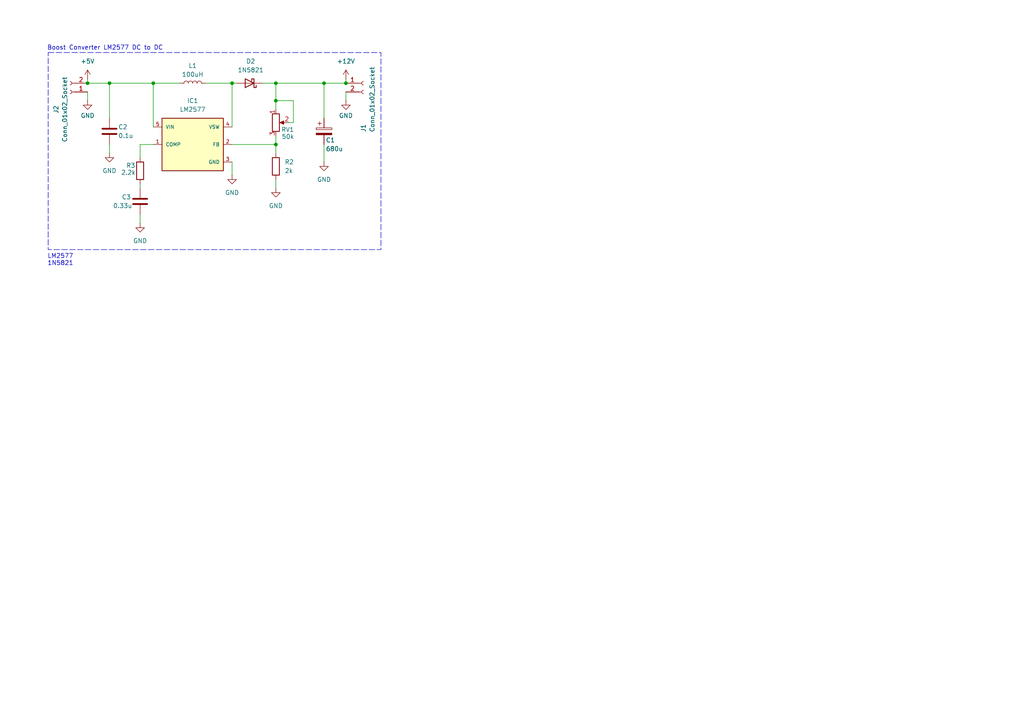
<source format=kicad_sch>
(kicad_sch (version 20231120) (generator "eeschema") (generator_version "8.0")
  (paper "A4")
  (title_block (title "PCB CN-14"))
  (lib_symbols
    (symbol "Connector:Conn_01x02_Socket" (pin_names (offset 1.016) hide)
      (property "Reference" "J" (at 0 2.54 0))
      (property "Value" "Conn_01x02_Socket" (at 0 -5.08 0))
      (symbol "Conn_01x02_Socket_1_1"
        (arc (start 0 -2.032) (mid -0.5058 -2.54) (end 0 -3.048) (stroke (width 0.1524)))
        (polyline (pts (xy -1.27 -2.54) (xy -0.508 -2.54)) (stroke (width 0.1524)))
        (polyline (pts (xy -1.27 0) (xy -0.508 0)) (stroke (width 0.1524)))
        (arc (start 0 0.508) (mid -0.5058 0) (end 0 -0.508) (stroke (width 0.1524)))
        (pin passive line (at -5.08 0 0) (length 3.81) (name "Pin_1") (number "1"))
        (pin passive line (at -5.08 -2.54 0) (length 3.81) (name "Pin_2") (number "2"))
      )
    )
    (symbol "Device:C" (pin_numbers hide) (pin_names (offset 0.254))
      (property "Reference" "C" (at 0.635 2.54 0))
      (property "Value" "C" (at 0.635 -2.54 0))
      (symbol "C_0_1"
        (polyline (pts (xy -2.032 -0.762) (xy 2.032 -0.762)) (stroke (width 0.508)))
        (polyline (pts (xy -2.032 0.762) (xy 2.032 0.762)) (stroke (width 0.508)))
      )
      (symbol "C_1_1"
        (pin passive line (at 0 3.81 270) (length 2.794) (name "~") (number "1"))
        (pin passive line (at 0 -3.81 90) (length 2.794) (name "~") (number "2"))
      )
    )
    (symbol "Device:C_Polarized" (pin_numbers hide) (pin_names (offset 0.254))
      (property "Reference" "C" (at 0.635 2.54 0))
      (property "Value" "C_Polarized" (at 0.635 -2.54 0))
      (symbol "C_Polarized_0_1"
        (rectangle (start -2.286 0.508) (end 2.286 1.016))
        (polyline (pts (xy -1.778 2.286) (xy -0.762 2.286)))
        (polyline (pts (xy -1.27 2.794) (xy -1.27 1.778)))
        (rectangle (start 2.286 -0.508) (end -2.286 -1.016) (fill (type outline)))
      )
      (symbol "C_Polarized_1_1"
        (pin passive line (at 0 3.81 270) (length 2.794) (name "~") (number "1"))
        (pin passive line (at 0 -3.81 90) (length 2.794) (name "~") (number "2"))
      )
    )
    (symbol "Device:L" (pin_numbers hide) (pin_names (offset 1.016) hide)
      (property "Reference" "L" (at -1.27 0 90))
      (property "Value" "L" (at 1.905 0 90))
      (symbol "L_0_1"
        (arc (start 0 -2.54) (mid 0.6323 -1.905) (end 0 -1.27))
        (arc (start 0 -1.27) (mid 0.6323 -0.635) (end 0 0))
        (arc (start 0 0) (mid 0.6323 0.635) (end 0 1.27))
        (arc (start 0 1.27) (mid 0.6323 1.905) (end 0 2.54))
      )
      (symbol "L_1_1"
        (pin passive line (at 0 3.81 270) (length 1.27) (name "1") (number "1"))
        (pin passive line (at 0 -3.81 90) (length 1.27) (name "2") (number "2"))
      )
    )
    (symbol "Device:R" (pin_numbers hide) (pin_names (offset 0))
      (property "Reference" "R" (at 2.032 0 90))
      (property "Value" "R" (at 0 0 90))
      (symbol "R_0_1"
        (rectangle (start -1.016 -2.54) (end 1.016 2.54) (stroke (width 0.254)))
      )
      (symbol "R_1_1"
        (pin passive line (at 0 3.81 270) (length 1.27) (name "~") (number "1"))
        (pin passive line (at 0 -3.81 90) (length 1.27) (name "~") (number "2"))
      )
    )
    (symbol "Device:R_Potentiometer" (pin_names (offset 1.016) hide)
      (property "Reference" "RV" (at -4.445 0 90))
      (property "Value" "R_Potentiometer" (at -2.54 0 90))
      (symbol "R_Potentiometer_0_1"
        (polyline (pts (xy 2.54 0) (xy 1.524 0)))
        (polyline (pts (xy 1.143 0) (xy 2.286 0.508) (xy 2.286 -0.508) (xy 1.143 0)) (fill (type outline)))
        (rectangle (start 1.016 2.54) (end -1.016 -2.54) (stroke (width 0.254)))
      )
      (symbol "R_Potentiometer_1_1"
        (pin passive line (at 0 3.81 270) (length 1.27) (name "1") (number "1"))
        (pin passive line (at 3.81 0 180) (length 1.27) (name "2") (number "2"))
        (pin passive line (at 0 -3.81 90) (length 1.27) (name "3") (number "3"))
      )
    )
    (symbol "Diode:1N5821" (pin_numbers hide) (pin_names (offset 1.016) hide)
      (property "Reference" "D" (at 0 2.54 0))
      (property "Value" "1N5821" (at 0 -2.54 0))
      (symbol "1N5821_0_1"
        (polyline (pts (xy 1.27 0) (xy -1.27 0)))
        (polyline (pts (xy 1.27 1.27) (xy 1.27 -1.27) (xy -1.27 0) (xy 1.27 1.27)) (stroke (width 0.254)))
        (polyline (pts (xy -1.905 0.635) (xy -1.905 1.27) (xy -1.27 1.27) (xy -1.27 -1.27) (xy -0.635 -1.27) (xy -0.635 -0.635)) (stroke (width 0.254)))
      )
      (symbol "1N5821_1_1"
        (pin passive line (at -3.81 0 0) (length 2.54) (name "K") (number "1"))
        (pin passive line (at 3.81 0 180) (length 2.54) (name "A") (number "2"))
      )
    )
    (symbol "LM2577:LM2577" (pin_names (offset 1.016))
      (property "Reference" "IC" (at -7.6227 8.283 0))
      (property "Value" "LM2577" (at -7.6346 -10.1795 0))
      (symbol "LM2577_0_0"
        (rectangle (start -7.62 -7.62) (end 10.16 7.62) (stroke (width 0.254)) (fill (type background)))
        (pin passive line (at -10.16 0 0) (length 2.54) (name "COMP") (number "1"))
        (pin input line (at 12.7 0 180) (length 2.54) (name "FB") (number "2"))
        (pin power_in line (at 12.7 -5.08 180) (length 2.54) (name "GND") (number "3"))
        (pin bidirectional line (at 12.7 5.08 180) (length 2.54) (name "VSW") (number "4"))
        (pin power_in line (at -10.16 5.08 0) (length 2.54) (name "VIN") (number "5"))
      )
    )
    (symbol "power:+5V" (power) (pin_numbers hide) (pin_names (offset 0) hide)
      (property "Value" "+5V" (at 0 3.556 0))
      (symbol "+5V_0_1"
        (polyline (pts (xy -0.762 1.27) (xy 0 2.54)))
        (polyline (pts (xy 0 0) (xy 0 2.54)))
        (polyline (pts (xy 0 2.54) (xy 0.762 1.27)))
      )
      (symbol "+5V_1_1"
        (pin power_in line (at 0 0 90) (length 0) (name "~") (number "1"))
      )
    )
    (symbol "power:GND" (power) (pin_numbers hide) (pin_names (offset 0) hide)
      (property "Value" "GND" (at 0 -3.81 0))
      (symbol "GND_0_1"
        (polyline (pts (xy 0 0) (xy 0 -1.27) (xy 1.27 -1.27) (xy 0 -2.54) (xy -1.27 -1.27) (xy 0 -1.27)))
      )
      (symbol "GND_1_1"
        (pin power_in line (at 0 0 270) (length 0) (name "~") (number "1"))
      )
    )
  )
  (junction (at 80.01 41.91))
  (junction (at 67.31 24.13))
  (junction (at 93.98 24.13))
  (junction (at 25.4 24.13))
  (junction (at 31.75 24.13))
  (junction (at 80.01 24.13))
  (junction (at 80.01 29.21))
  (junction (at 44.45 24.13))
  (junction (at 100.33 24.13))
  (wire (pts (xy 31.75 41.91) (xy 31.75 44.45)))
  (wire (pts (xy 93.98 46.99) (xy 93.98 41.91)))
  (wire (pts (xy 31.75 24.13) (xy 44.45 24.13)))
  (wire (pts (xy 85.09 35.56) (xy 85.09 29.21)))
  (wire (pts (xy 76.2 24.13) (xy 80.01 24.13)))
  (wire (pts (xy 44.45 24.13) (xy 52.07 24.13)))
  (wire (pts (xy 25.4 24.13) (xy 25.4 22.86)))
  (wire (pts (xy 44.45 36.83) (xy 44.45 24.13)))
  (wire (pts (xy 85.09 29.21) (xy 80.01 29.21)))
  (wire (pts (xy 100.33 26.67) (xy 100.33 29.21)))
  (wire (pts (xy 40.64 41.91) (xy 40.64 45.72)))
  (wire (pts (xy 44.45 41.91) (xy 40.64 41.91)))
  (wire (pts (xy 40.64 64.77) (xy 40.64 62.23)))
  (wire (pts (xy 80.01 41.91) (xy 80.01 44.45)))
  (wire (pts (xy 31.75 34.29) (xy 31.75 24.13)))
  (wire (pts (xy 25.4 26.67) (xy 25.4 29.21)))
  (wire (pts (xy 80.01 41.91) (xy 80.01 39.37)))
  (wire (pts (xy 83.82 35.56) (xy 85.09 35.56)))
  (wire (pts (xy 67.31 41.91) (xy 80.01 41.91)))
  (wire (pts (xy 93.98 24.13) (xy 100.33 24.13)))
  (wire (pts (xy 67.31 46.99) (xy 67.31 50.8)))
  (wire (pts (xy 93.98 24.13) (xy 93.98 34.29)))
  (wire (pts (xy 80.01 24.13) (xy 93.98 24.13)))
  (wire (pts (xy 68.58 24.13) (xy 67.31 24.13)))
  (wire (pts (xy 80.01 24.13) (xy 80.01 29.21)))
  (wire (pts (xy 80.01 29.21) (xy 80.01 31.75)))
  (wire (pts (xy 40.64 53.34) (xy 40.64 54.61)))
  (wire (pts (xy 100.33 22.86) (xy 100.33 24.13)))
  (wire (pts (xy 25.4 24.13) (xy 31.75 24.13)))
  (wire (pts (xy 59.69 24.13) (xy 67.31 24.13)))
  (wire (pts (xy 67.31 24.13) (xy 67.31 36.83)))
  (wire (pts (xy 80.01 54.61) (xy 80.01 52.07)))
  (rectangle (start 13.97 15.24) (end 110.49 72.39) (stroke (width 0) (type dash)))
  (text "LM2577\n1N5821" (at 17.526 75.438 0) (effects (font (size 1.27 1.27))))
  (text "Boost Converter LM2577 DC to DC" (at 30.48 13.97 0) (effects (font (size 1.27 1.27))))
  (symbol (lib_id "power:GND") (at 80.01 54.61 0) (unit 1)
    (property "Reference" "#PWR09" (effects (hide yes)))
    (property "Value" "GND" (at 80.01 59.69 0))
    (property "Description" "Power symbol creates a global label with name \"GND\" , ground" (effects (hide yes)))
  )
  (symbol (lib_id "power:+5V") (at 100.33 22.86 0) (unit 1)
    (property "Reference" "#PWR03" (effects (hide yes)))
    (property "Value" "+12V" (at 100.33 17.78 0))
    (property "Description" "Power symbol creates a global label with name \"+5V\"" (effects (hide yes)))
  )
  (symbol (lib_id "Device:C_Polarized") (at 93.98 38.1 0) (unit 1)
    (property "Reference" "C1" (at 94.488 40.64 0) (effects (justify left)))
    (property "Value" "680u" (at 94.488 43.18 0) (effects (justify left)))
    (property "Footprint" "Custom Library:CAP_EEEFK1C101V" (effects (hide yes)))
    (property "Description" "Polarized capacitor" (effects (hide yes)))
  )
  (symbol (lib_id "power:GND") (at 31.75 44.45 0) (unit 1)
    (property "Reference" "#PWR07" (effects (hide yes)))
    (property "Value" "GND" (at 31.75 49.53 0))
    (property "Description" "Power symbol creates a global label with name \"GND\" , ground" (effects (hide yes)))
  )
  (symbol (lib_id "Device:L") (at 55.88 24.13 90) (unit 1)
    (property "Reference" "L1" (at 55.88 19.05 90))
    (property "Value" "100uH" (at 55.88 21.59 90))
    (property "Footprint" "Custom Library:INDP125125X600N" (effects (hide yes)))
    (property "Description" "Inductor" (effects (hide yes)))
  )
  (symbol (lib_id "power:GND") (at 25.4 29.21 0) (unit 1)
    (property "Reference" "#PWR05" (effects (hide yes)))
    (property "Value" "GND" (at 25.4 33.528 0))
    (property "Description" "Power symbol creates a global label with name \"GND\" , ground" (effects (hide yes)))
  )
  (symbol (lib_id "power:GND") (at 67.31 50.8 0) (unit 1)
    (property "Reference" "#PWR010" (effects (hide yes)))
    (property "Value" "GND" (at 67.31 55.88 0))
    (property "Description" "Power symbol creates a global label with name \"GND\" , ground" (effects (hide yes)))
  )
  (symbol (lib_id "Device:R") (at 80.01 48.26 0) (unit 1)
    (property "Reference" "R2" (at 82.55 46.9899 0) (effects (justify left)))
    (property "Value" "2k" (at 82.55 49.5299 0) (effects (justify left)))
    (property "Footprint" "Resistor_SMD:R_0805_2012Metric" (effects (hide yes)))
    (property "Description" "Resistor" (effects (hide yes)))
  )
  (symbol (lib_id "Device:R") (at 40.64 49.53 0) (unit 1)
    (property "Reference" "R3" (at 36.576 48.006 0) (effects (justify left)))
    (property "Value" "2.2k" (at 39.37 50.038 0) (effects (justify right)))
    (property "Footprint" "Resistor_SMD:R_0805_2012Metric" (effects (hide yes)))
    (property "Description" "Resistor" (effects (hide yes)))
  )
  (symbol (lib_id "power:+5V") (at 25.4 22.86 0) (unit 1)
    (property "Reference" "#PWR02" (effects (hide yes)))
    (property "Value" "+5V" (at 25.4 17.78 0))
    (property "Description" "Power symbol creates a global label with name \"+5V\"" (effects (hide yes)))
  )
  (symbol (lib_id "Device:C") (at 31.75 38.1 0) (unit 1)
    (property "Reference" "C2" (at 34.29 36.83 0) (effects (justify left)))
    (property "Value" "0.1u" (at 34.29 39.37 0) (effects (justify left)))
    (property "Footprint" "Capacitor_SMD:C_0603_1608Metric" (effects (hide yes)))
    (property "Description" "Unpolarized capacitor" (effects (hide yes)))
  )
  (symbol (lib_id "Connector:Conn_01x02_Socket") (at 105.41 24.13 0) (unit 1)
    (property "Reference" "J1" (at 105.41 38.354 90) (effects (justify left)))
    (property "Value" "Conn_01x02_Socket" (at 107.95 38.354 90) (effects (justify left)))
    (property "Footprint" "Connector_Phoenix_GMSTB:PhoenixContact_GMSTBVA_2,5_2-G-7,62_1x02_P7.62mm_Vertical" (effects (hide yes)))
    (property "Description" "Generic connector, single row, 01x02, script generated" (effects (hide yes)))
  )
  (symbol (lib_id "power:GND") (at 93.98 46.99 0) (unit 1)
    (property "Reference" "#PWR08" (effects (hide yes)))
    (property "Value" "GND" (at 93.98 52.07 0))
    (property "Description" "Power symbol creates a global label with name \"GND\" , ground" (effects (hide yes)))
  )
  (symbol (lib_id "Device:R_Potentiometer") (at 80.01 35.56 0) (unit 1)
    (property "Reference" "RV1" (at 85.344 37.592 0) (effects (justify right)))
    (property "Value" "50k" (at 85.344 39.624 0) (effects (justify right)))
    (property "Footprint" "Potentiometer_THT:Potentiometer_ACP_CA6-H2,5_Horizontal" (effects (hide yes)))
    (property "Description" "Potentiometer" (effects (hide yes)))
  )
  (symbol (lib_id "LM2577:LM2577") (at 54.61 41.91 0) (unit 1)
    (property "Reference" "IC1" (at 55.88 29.21 0))
    (property "Value" "LM2577" (at 55.88 31.75 0))
    (property "Footprint" "LM2577:TO263-5" (effects (hide yes)))
    (property "MF" "Texas Instruments" (effects (hide yes)))
    (property "Description_1" "\n                        \n                            Boost, Flyback, Forward Converter Switching Regulator IC Positive or Negative Adjustable 1.23V 1 Output 3A (Switch) TO-263-6, D²Pak (5 Leads + Tab), TO-263BA\n                        \n" (effects (hide yes)))
    (property "Package" "TO-263 Texas Instruments" (effects (hide yes)))
    (property "Price" "None" (effects (hide yes)))
    (property "SnapEDA_Link" "https://www.snapeda.com/parts/LM2577/Texas+Instruments/view-part/?ref=snap" (effects (hide yes)))
    (property "MP" "LM2577" (effects (hide yes)))
    (property "Availability" "Not in stock" (effects (hide yes)))
    (property "Check_prices" "https://www.snapeda.com/parts/LM2577/Texas+Instruments/view-part/?ref=eda" (effects (hide yes)))
  )
  (symbol (lib_id "Diode:1N5821") (at 72.39 24.13 180) (unit 1)
    (property "Reference" "D2" (at 72.7075 17.78 0))
    (property "Value" "1N5821" (at 72.7075 20.32 0))
    (property "Footprint" "Custom Library:DIO_SS34" (effects (hide yes)))
    (property "Datasheet" "http://www.vishay.com/docs/88526/1n5820.pdf" (effects (hide yes)))
    (property "Description" "30V 3A Schottky Barrier Rectifier Diode, DO-201AD" (effects (hide yes)))
  )
  (symbol (lib_id "Device:C") (at 40.64 58.42 0) (unit 1)
    (property "Reference" "C3" (at 35.306 57.15 0) (effects (justify left)))
    (property "Value" "0.33u" (at 32.766 59.69 0) (effects (justify left)))
    (property "Footprint" "Capacitor_SMD:C_0603_1608Metric" (effects (hide yes)))
    (property "Description" "Unpolarized capacitor" (effects (hide yes)))
  )
  (symbol (lib_id "Connector:Conn_01x02_Socket") (at 20.32 26.67 180) (unit 1)
    (property "Reference" "J2" (at 16.256 31.75 90))
    (property "Value" "Conn_01x02_Socket" (at 18.796 31.75 90))
    (property "Footprint" "Connector_Phoenix_GMSTB:PhoenixContact_GMSTBVA_2,5_2-G-7,62_1x02_P7.62mm_Vertical" (effects (hide yes)))
    (property "Description" "Generic connector, single row, 01x02, script generated" (effects (hide yes)))
  )
  (symbol (lib_id "power:GND") (at 100.33 29.21 0) (unit 1)
    (property "Reference" "#PWR04" (effects (hide yes)))
    (property "Value" "GND" (at 100.33 33.528 0))
    (property "Description" "Power symbol creates a global label with name \"GND\" , ground" (effects (hide yes)))
  )
  (symbol (lib_id "power:GND") (at 40.64 64.77 0) (unit 1)
    (property "Reference" "#PWR01" (effects (hide yes)))
    (property "Value" "GND" (at 40.64 69.85 0))
    (property "Description" "Power symbol creates a global label with name \"GND\" , ground" (effects (hide yes)))
  )
)
</source>
